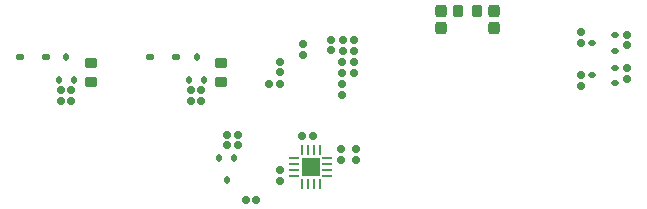
<source format=gbp>
G04*
G04 #@! TF.GenerationSoftware,Altium Limited,Altium Designer,23.10.1 (27)*
G04*
G04 Layer_Color=128*
%FSAX25Y25*%
%MOIN*%
G70*
G04*
G04 #@! TF.SameCoordinates,9A25CA80-9317-414E-98C9-A3F1B825D269*
G04*
G04*
G04 #@! TF.FilePolarity,Positive*
G04*
G01*
G75*
%ADD24O,0.00984X0.03347*%
%ADD25O,0.03347X0.00984*%
G04:AMPARAMS|DCode=40|XSize=23.62mil|YSize=23.62mil|CornerRadius=5.91mil|HoleSize=0mil|Usage=FLASHONLY|Rotation=0.000|XOffset=0mil|YOffset=0mil|HoleType=Round|Shape=RoundedRectangle|*
%AMROUNDEDRECTD40*
21,1,0.02362,0.01181,0,0,0.0*
21,1,0.01181,0.02362,0,0,0.0*
1,1,0.01181,0.00591,-0.00591*
1,1,0.01181,-0.00591,-0.00591*
1,1,0.01181,-0.00591,0.00591*
1,1,0.01181,0.00591,0.00591*
%
%ADD40ROUNDEDRECTD40*%
G04:AMPARAMS|DCode=46|XSize=25.2mil|YSize=25.2mil|CornerRadius=6.3mil|HoleSize=0mil|Usage=FLASHONLY|Rotation=180.000|XOffset=0mil|YOffset=0mil|HoleType=Round|Shape=RoundedRectangle|*
%AMROUNDEDRECTD46*
21,1,0.02520,0.01260,0,0,180.0*
21,1,0.01260,0.02520,0,0,180.0*
1,1,0.01260,-0.00630,0.00630*
1,1,0.01260,0.00630,0.00630*
1,1,0.01260,0.00630,-0.00630*
1,1,0.01260,-0.00630,-0.00630*
%
%ADD46ROUNDEDRECTD46*%
G04:AMPARAMS|DCode=47|XSize=25.2mil|YSize=25.2mil|CornerRadius=6.3mil|HoleSize=0mil|Usage=FLASHONLY|Rotation=270.000|XOffset=0mil|YOffset=0mil|HoleType=Round|Shape=RoundedRectangle|*
%AMROUNDEDRECTD47*
21,1,0.02520,0.01260,0,0,270.0*
21,1,0.01260,0.02520,0,0,270.0*
1,1,0.01260,-0.00630,-0.00630*
1,1,0.01260,-0.00630,0.00630*
1,1,0.01260,0.00630,0.00630*
1,1,0.01260,0.00630,-0.00630*
%
%ADD47ROUNDEDRECTD47*%
G04:AMPARAMS|DCode=48|XSize=37.4mil|YSize=41.34mil|CornerRadius=9.35mil|HoleSize=0mil|Usage=FLASHONLY|Rotation=0.000|XOffset=0mil|YOffset=0mil|HoleType=Round|Shape=RoundedRectangle|*
%AMROUNDEDRECTD48*
21,1,0.03740,0.02264,0,0,0.0*
21,1,0.01870,0.04134,0,0,0.0*
1,1,0.01870,0.00935,-0.01132*
1,1,0.01870,-0.00935,-0.01132*
1,1,0.01870,-0.00935,0.01132*
1,1,0.01870,0.00935,0.01132*
%
%ADD48ROUNDEDRECTD48*%
G04:AMPARAMS|DCode=49|XSize=39.37mil|YSize=35.43mil|CornerRadius=8.86mil|HoleSize=0mil|Usage=FLASHONLY|Rotation=270.000|XOffset=0mil|YOffset=0mil|HoleType=Round|Shape=RoundedRectangle|*
%AMROUNDEDRECTD49*
21,1,0.03937,0.01772,0,0,270.0*
21,1,0.02165,0.03543,0,0,270.0*
1,1,0.01772,-0.00886,-0.01083*
1,1,0.01772,-0.00886,0.01083*
1,1,0.01772,0.00886,0.01083*
1,1,0.01772,0.00886,-0.01083*
%
%ADD49ROUNDEDRECTD49*%
G04:AMPARAMS|DCode=50|XSize=23.62mil|YSize=23.62mil|CornerRadius=5.91mil|HoleSize=0mil|Usage=FLASHONLY|Rotation=270.000|XOffset=0mil|YOffset=0mil|HoleType=Round|Shape=RoundedRectangle|*
%AMROUNDEDRECTD50*
21,1,0.02362,0.01181,0,0,270.0*
21,1,0.01181,0.02362,0,0,270.0*
1,1,0.01181,-0.00591,-0.00591*
1,1,0.01181,-0.00591,0.00591*
1,1,0.01181,0.00591,0.00591*
1,1,0.01181,0.00591,-0.00591*
%
%ADD50ROUNDEDRECTD50*%
G04:AMPARAMS|DCode=52|XSize=39.37mil|YSize=35.43mil|CornerRadius=8.86mil|HoleSize=0mil|Usage=FLASHONLY|Rotation=0.000|XOffset=0mil|YOffset=0mil|HoleType=Round|Shape=RoundedRectangle|*
%AMROUNDEDRECTD52*
21,1,0.03937,0.01772,0,0,0.0*
21,1,0.02165,0.03543,0,0,0.0*
1,1,0.01772,0.01083,-0.00886*
1,1,0.01772,-0.01083,-0.00886*
1,1,0.01772,-0.01083,0.00886*
1,1,0.01772,0.01083,0.00886*
%
%ADD52ROUNDEDRECTD52*%
G04:AMPARAMS|DCode=114|XSize=18.5mil|YSize=23.62mil|CornerRadius=4.63mil|HoleSize=0mil|Usage=FLASHONLY|Rotation=180.000|XOffset=0mil|YOffset=0mil|HoleType=Round|Shape=RoundedRectangle|*
%AMROUNDEDRECTD114*
21,1,0.01850,0.01437,0,0,180.0*
21,1,0.00925,0.02362,0,0,180.0*
1,1,0.00925,-0.00463,0.00719*
1,1,0.00925,0.00463,0.00719*
1,1,0.00925,0.00463,-0.00719*
1,1,0.00925,-0.00463,-0.00719*
%
%ADD114ROUNDEDRECTD114*%
G04:AMPARAMS|DCode=115|XSize=25.59mil|YSize=19.68mil|CornerRadius=4.92mil|HoleSize=0mil|Usage=FLASHONLY|Rotation=0.000|XOffset=0mil|YOffset=0mil|HoleType=Round|Shape=RoundedRectangle|*
%AMROUNDEDRECTD115*
21,1,0.02559,0.00984,0,0,0.0*
21,1,0.01575,0.01968,0,0,0.0*
1,1,0.00984,0.00787,-0.00492*
1,1,0.00984,-0.00787,-0.00492*
1,1,0.00984,-0.00787,0.00492*
1,1,0.00984,0.00787,0.00492*
%
%ADD115ROUNDEDRECTD115*%
%ADD116R,0.06299X0.06299*%
G04:AMPARAMS|DCode=117|XSize=18.5mil|YSize=23.62mil|CornerRadius=4.63mil|HoleSize=0mil|Usage=FLASHONLY|Rotation=270.000|XOffset=0mil|YOffset=0mil|HoleType=Round|Shape=RoundedRectangle|*
%AMROUNDEDRECTD117*
21,1,0.01850,0.01437,0,0,270.0*
21,1,0.00925,0.02362,0,0,270.0*
1,1,0.00925,-0.00719,-0.00463*
1,1,0.00925,-0.00719,0.00463*
1,1,0.00925,0.00719,0.00463*
1,1,0.00925,0.00719,-0.00463*
%
%ADD117ROUNDEDRECTD117*%
D24*
X0156004Y0015551D02*
D03*
X0157972D02*
D03*
X0159941D02*
D03*
X0161909D02*
D03*
Y0026772D02*
D03*
X0159941D02*
D03*
X0157972D02*
D03*
X0156004D02*
D03*
D25*
X0164567Y0018209D02*
D03*
Y0020177D02*
D03*
Y0022146D02*
D03*
Y0024114D02*
D03*
X0153347D02*
D03*
Y0022146D02*
D03*
Y0020177D02*
D03*
Y0018209D02*
D03*
D40*
X0248917Y0048031D02*
D03*
Y0051575D02*
D03*
X0248917Y0065945D02*
D03*
Y0062402D02*
D03*
X0264567Y0053937D02*
D03*
Y0050394D02*
D03*
Y0065158D02*
D03*
Y0061614D02*
D03*
X0169587Y0063287D02*
D03*
Y0059744D02*
D03*
X0173327Y0059744D02*
D03*
Y0063287D02*
D03*
X0131004Y0031791D02*
D03*
Y0028248D02*
D03*
X0122539Y0043012D02*
D03*
Y0046555D02*
D03*
X0118996D02*
D03*
Y0043012D02*
D03*
X0148622Y0056201D02*
D03*
Y0052658D02*
D03*
X0134744Y0031791D02*
D03*
Y0028248D02*
D03*
X0148819Y0016437D02*
D03*
Y0019980D02*
D03*
X0079134Y0043012D02*
D03*
Y0046555D02*
D03*
X0075591D02*
D03*
Y0043012D02*
D03*
X0169488Y0056004D02*
D03*
Y0052461D02*
D03*
D46*
X0174213Y0027008D02*
D03*
Y0023386D02*
D03*
X0173327Y0055945D02*
D03*
Y0052323D02*
D03*
X0156398Y0058524D02*
D03*
Y0062146D02*
D03*
X0165748Y0063524D02*
D03*
Y0059902D02*
D03*
X0169390Y0048661D02*
D03*
Y0045039D02*
D03*
X0169193Y0026909D02*
D03*
Y0023287D02*
D03*
D47*
X0148661Y0048720D02*
D03*
X0145039D02*
D03*
X0159685Y0031398D02*
D03*
X0156063D02*
D03*
D48*
X0202264Y0067224D02*
D03*
Y0072933D02*
D03*
X0219980Y0067224D02*
D03*
Y0072933D02*
D03*
D49*
X0207972Y0073032D02*
D03*
X0214272D02*
D03*
D50*
X0137303Y0010039D02*
D03*
X0140847D02*
D03*
D52*
X0129134Y0049508D02*
D03*
Y0055807D02*
D03*
X0085728Y0049508D02*
D03*
Y0055807D02*
D03*
D114*
X0075000Y0050197D02*
D03*
X0077559Y0057677D02*
D03*
X0080118Y0050197D02*
D03*
X0131004Y0016732D02*
D03*
X0128445Y0024213D02*
D03*
X0133563D02*
D03*
X0118405Y0050197D02*
D03*
X0120965Y0057677D02*
D03*
X0123524Y0050197D02*
D03*
D115*
X0070571Y0057677D02*
D03*
X0061910D02*
D03*
X0105315Y0057677D02*
D03*
X0113976D02*
D03*
D116*
X0158957Y0021161D02*
D03*
D117*
X0252854Y0051575D02*
D03*
X0260335Y0054134D02*
D03*
Y0049016D02*
D03*
X0252854Y0062402D02*
D03*
X0260335Y0064961D02*
D03*
Y0059842D02*
D03*
M02*

</source>
